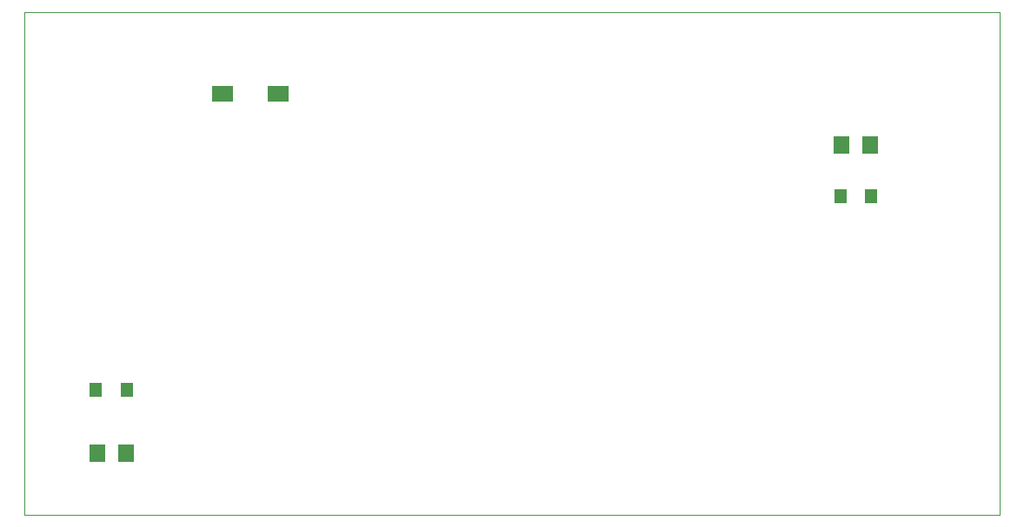
<source format=gbp>
G75*
%MOIN*%
%OFA0B0*%
%FSLAX24Y24*%
%IPPOS*%
%LPD*%
%AMOC8*
5,1,8,0,0,1.08239X$1,22.5*
%
%ADD10C,0.0000*%
%ADD11R,0.0472X0.0551*%
%ADD12R,0.0630X0.0709*%
%ADD13R,0.0787X0.0630*%
D10*
X000100Y000100D02*
X000100Y019391D01*
X037502Y019391D01*
X037502Y000100D01*
X000100Y000100D01*
D11*
X002845Y004877D03*
X004026Y004877D03*
X031399Y012305D03*
X032580Y012305D03*
D12*
X032541Y014273D03*
X031439Y014273D03*
X004003Y002452D03*
X002900Y002452D03*
D13*
X007698Y016242D03*
X009824Y016242D03*
M02*

</source>
